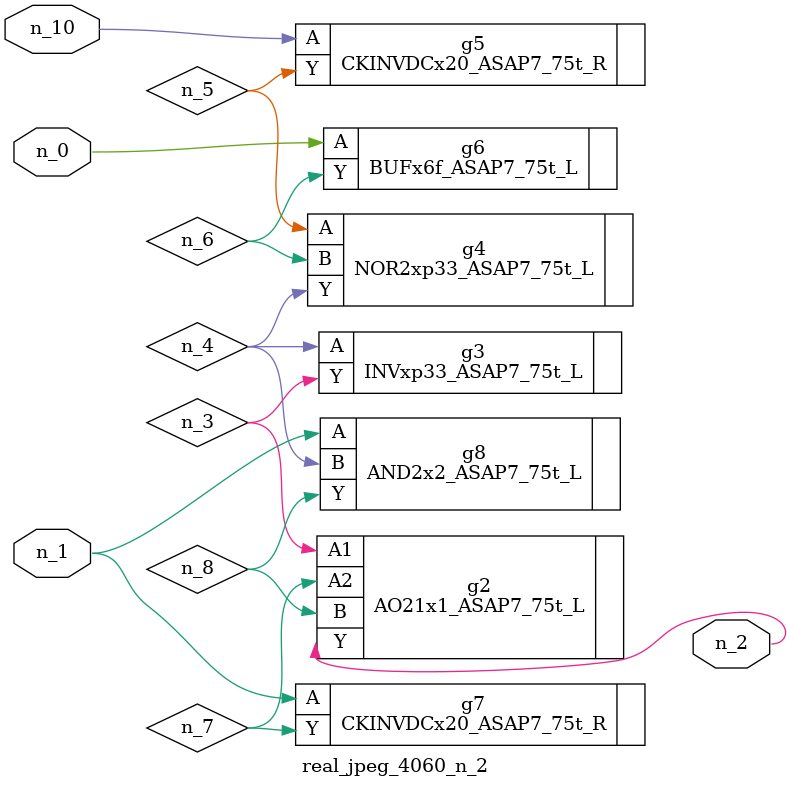
<source format=v>
module real_jpeg_4060_n_2 (n_1, n_10, n_0, n_2);

input n_1;
input n_10;
input n_0;

output n_2;

wire n_5;
wire n_4;
wire n_8;
wire n_6;
wire n_7;
wire n_3;

BUFx6f_ASAP7_75t_L g6 ( 
.A(n_0),
.Y(n_6)
);

CKINVDCx20_ASAP7_75t_R g7 ( 
.A(n_1),
.Y(n_7)
);

AND2x2_ASAP7_75t_L g8 ( 
.A(n_1),
.B(n_4),
.Y(n_8)
);

AO21x1_ASAP7_75t_L g2 ( 
.A1(n_3),
.A2(n_7),
.B(n_8),
.Y(n_2)
);

INVxp33_ASAP7_75t_L g3 ( 
.A(n_4),
.Y(n_3)
);

NOR2xp33_ASAP7_75t_L g4 ( 
.A(n_5),
.B(n_6),
.Y(n_4)
);

CKINVDCx20_ASAP7_75t_R g5 ( 
.A(n_10),
.Y(n_5)
);


endmodule
</source>
